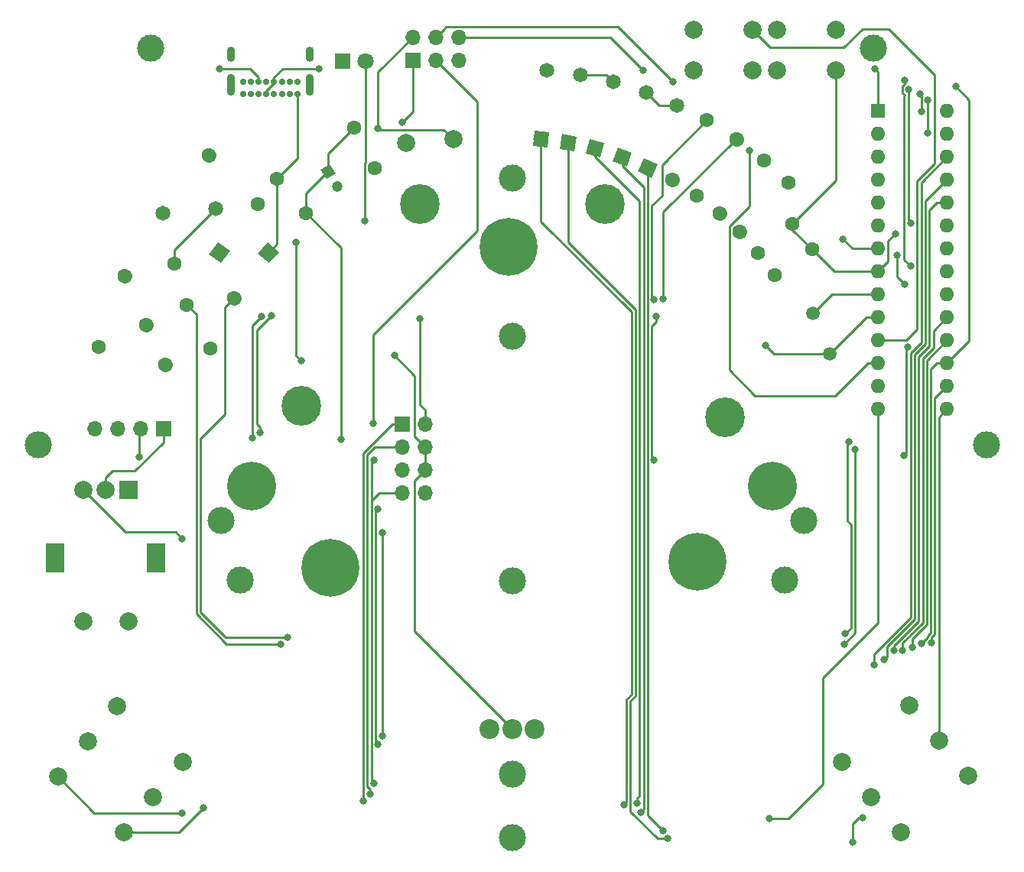
<source format=gbr>
G04 #@! TF.GenerationSoftware,KiCad,Pcbnew,(5.1.4)-1*
G04 #@! TF.CreationDate,2023-04-06T01:09:12+09:00*
G04 #@! TF.ProjectId,Akira_board,416b6972-615f-4626-9f61-72642e6b6963,rev?*
G04 #@! TF.SameCoordinates,Original*
G04 #@! TF.FileFunction,Copper,L2,Bot*
G04 #@! TF.FilePolarity,Positive*
%FSLAX46Y46*%
G04 Gerber Fmt 4.6, Leading zero omitted, Abs format (unit mm)*
G04 Created by KiCad (PCBNEW (5.1.4)-1) date 2023-04-06 01:09:12*
%MOMM*%
%LPD*%
G04 APERTURE LIST*
%ADD10C,3.000000*%
%ADD11C,1.600000*%
%ADD12C,1.600000*%
%ADD13O,1.700000X1.700000*%
%ADD14R,1.700000X1.700000*%
%ADD15C,2.010000*%
%ADD16C,2.000000*%
%ADD17O,0.900000X1.700000*%
%ADD18O,0.900000X2.400000*%
%ADD19C,0.700000*%
%ADD20C,1.800000*%
%ADD21R,1.800000X1.800000*%
%ADD22C,1.651000*%
%ADD23C,0.100000*%
%ADD24C,1.500000*%
%ADD25C,1.200000*%
%ADD26O,1.600000X1.600000*%
%ADD27R,1.600000X1.600000*%
%ADD28R,2.000000X2.000000*%
%ADD29R,2.000000X3.200000*%
%ADD30C,2.200000*%
%ADD31C,4.400000*%
%ADD32C,5.400000*%
%ADD33C,6.400000*%
%ADD34C,0.800000*%
%ADD35C,0.250000*%
G04 APERTURE END LIST*
D10*
X147100000Y-136200000D03*
X147100000Y-129200000D03*
X116950000Y-107620000D03*
X114830000Y-101060000D03*
X147100000Y-63100000D03*
X179380000Y-101060000D03*
X177250000Y-107620000D03*
D11*
X176200000Y-73875000D03*
X180295760Y-71007118D03*
X164840000Y-63324114D03*
D12*
X164840000Y-63324114D02*
X164840000Y-63324114D01*
D11*
X168650000Y-56725000D03*
X121086062Y-63169778D03*
X124300000Y-67000000D03*
X131900000Y-61999999D03*
X129591257Y-57564945D03*
X174300000Y-71400000D03*
X178130222Y-68186062D03*
D10*
X187100000Y-48700000D03*
X107100000Y-48700000D03*
X94600000Y-92700000D03*
X199600000Y-92700000D03*
X147100000Y-107740000D03*
X147100000Y-80660000D03*
D13*
X137440000Y-90400000D03*
X137440000Y-92940000D03*
X137440000Y-95480000D03*
D14*
X134900000Y-90400000D03*
D13*
X134900000Y-95480000D03*
X134900000Y-98020000D03*
X137440000Y-98020000D03*
X134900000Y-92940000D03*
X100860483Y-90911488D03*
X103400483Y-90911488D03*
X105940483Y-90911488D03*
D14*
X108480483Y-90911488D03*
D15*
X140574803Y-58810861D03*
X135350000Y-59200000D03*
D16*
X183576978Y-127814922D03*
X186850000Y-131700000D03*
X190123022Y-135585078D03*
X103365402Y-121654132D03*
X100107701Y-125552066D03*
X96850000Y-129450000D03*
X191076978Y-121564922D03*
X194350000Y-125450000D03*
X197623022Y-129335078D03*
D17*
X116000000Y-49440000D03*
X124650000Y-49440000D03*
D18*
X116000000Y-52820000D03*
X124650000Y-52820000D03*
D19*
X119900000Y-52450000D03*
X117350000Y-52450000D03*
X118200000Y-52450000D03*
X119050000Y-52450000D03*
X123300000Y-52450000D03*
X121600000Y-52450000D03*
X120750000Y-52450000D03*
X122450000Y-52450000D03*
X117350000Y-53800000D03*
X118200000Y-53800000D03*
X119050000Y-53800000D03*
X119900000Y-53800000D03*
X120750000Y-53800000D03*
X121600000Y-53800000D03*
X122450000Y-53800000D03*
X123300000Y-53800000D03*
D13*
X141165000Y-47535000D03*
X141165000Y-50075000D03*
X138625000Y-47535000D03*
X138625000Y-50075000D03*
X136085000Y-47535000D03*
D14*
X136085000Y-50075000D03*
D20*
X130840000Y-50200000D03*
D21*
X128300000Y-50200000D03*
D22*
X120100000Y-71400000D03*
D23*
G36*
X118937009Y-71501749D02*
G01*
X119998251Y-70237009D01*
X121262991Y-71298251D01*
X120201749Y-72562991D01*
X118937009Y-71501749D01*
X118937009Y-71501749D01*
G37*
D22*
X114262742Y-66501958D03*
X114700000Y-71400000D03*
D23*
G36*
X113550303Y-71602723D02*
G01*
X114497277Y-70250303D01*
X115849697Y-71197277D01*
X114902723Y-72549697D01*
X113550303Y-71602723D01*
X113550303Y-71602723D01*
G37*
D22*
X108458062Y-67029348D03*
X162099999Y-62000001D03*
D23*
G36*
X161700713Y-60902973D02*
G01*
X163197027Y-61600715D01*
X162499285Y-63097029D01*
X161002971Y-62399287D01*
X161700713Y-60902973D01*
X161700713Y-60902973D01*
G37*
D22*
X165320351Y-55093935D03*
X153299999Y-59200000D03*
D23*
G36*
X152630387Y-58243695D02*
G01*
X154256304Y-58530388D01*
X153969611Y-60156305D01*
X152343694Y-59869612D01*
X152630387Y-58243695D01*
X152630387Y-58243695D01*
G37*
D22*
X154623199Y-51695764D03*
X159300000Y-60800000D03*
D23*
G36*
X158806621Y-59741946D02*
G01*
X160358054Y-60306621D01*
X159793379Y-61858054D01*
X158241946Y-61293379D01*
X158806621Y-59741946D01*
X158806621Y-59741946D01*
G37*
D22*
X161906194Y-53639542D03*
X156300000Y-59800000D03*
D23*
G36*
X155716283Y-58788973D02*
G01*
X157311027Y-59216283D01*
X156883717Y-60811027D01*
X155288973Y-60383717D01*
X155716283Y-58788973D01*
X155716283Y-58788973D01*
G37*
D22*
X158272202Y-52439646D03*
X150300000Y-58800000D03*
D23*
G36*
X149549588Y-57905694D02*
G01*
X151194306Y-58049588D01*
X151050412Y-59694306D01*
X149405694Y-59550412D01*
X149549588Y-57905694D01*
X149549588Y-57905694D01*
G37*
D22*
X150964126Y-51208996D03*
D24*
X182300000Y-82600000D03*
X180432505Y-78091468D03*
D25*
X127774599Y-64086783D03*
X126700000Y-62400000D03*
D23*
G36*
X125871585Y-62216345D02*
G01*
X126883655Y-61571585D01*
X127528415Y-62583655D01*
X126516345Y-63228415D01*
X125871585Y-62216345D01*
X125871585Y-62216345D01*
G37*
D16*
X173700000Y-46700000D03*
X173700000Y-51200000D03*
X167200000Y-46700000D03*
X167200000Y-51200000D03*
X182900000Y-46700000D03*
X182900000Y-51200000D03*
X176400000Y-46700000D03*
X176400000Y-51200000D03*
D11*
X171900000Y-58800000D03*
D12*
X171900000Y-58800000D02*
X171900000Y-58800000D01*
D11*
X167529348Y-65041939D03*
X170100000Y-67000000D03*
D12*
X170100000Y-67000000D02*
X170100000Y-67000000D01*
D11*
X174998042Y-61162741D03*
X116299114Y-76410000D03*
D12*
X116299114Y-76410000D02*
X116299114Y-76410000D01*
D11*
X109700000Y-72600000D03*
X104193935Y-73979649D03*
D12*
X104193935Y-73979649D02*
X104193935Y-73979649D01*
D11*
X111100000Y-77200000D03*
X108700001Y-83799999D03*
D12*
X108700001Y-83799999D02*
X108700001Y-83799999D01*
D11*
X101339646Y-81827798D03*
X106539542Y-79393807D03*
D12*
X106539542Y-79393807D02*
X106539542Y-79393807D01*
D11*
X113700000Y-82000000D03*
X113511846Y-60611846D03*
D12*
X113511846Y-60611846D02*
X113511846Y-60611846D01*
D11*
X118900000Y-66000000D03*
X172275000Y-69025000D03*
D12*
X172275000Y-69025000D02*
X172275000Y-69025000D01*
D11*
X177663154Y-63636846D03*
D26*
X195220000Y-55700000D03*
X187600000Y-88720000D03*
X195220000Y-58240000D03*
X187600000Y-86180000D03*
X195220000Y-60780000D03*
X187600000Y-83640000D03*
X195220000Y-63320000D03*
X187600000Y-81100000D03*
X195220000Y-65860000D03*
X187600000Y-78560000D03*
X195220000Y-68400000D03*
X187600000Y-76020000D03*
X195220000Y-70940000D03*
X187600000Y-73480000D03*
X195220000Y-73480000D03*
X187600000Y-70940000D03*
X195220000Y-76020000D03*
X187600000Y-68400000D03*
X195220000Y-78560000D03*
X187600000Y-65860000D03*
X195220000Y-81100000D03*
X187600000Y-63320000D03*
X195220000Y-83640000D03*
X187600000Y-60780000D03*
X195220000Y-86180000D03*
X187600000Y-58240000D03*
X195220000Y-88720000D03*
D27*
X187600000Y-55700000D03*
D28*
X104600000Y-97700000D03*
D16*
X102100000Y-97700000D03*
X99600000Y-97700000D03*
D29*
X107700000Y-105200000D03*
X96500000Y-105200000D03*
D16*
X104600000Y-112200000D03*
X99600000Y-112200000D03*
D30*
X144600000Y-124200000D03*
X147100000Y-124200000D03*
X149600000Y-124200000D03*
D31*
X123800000Y-88380000D03*
X136850000Y-66000000D03*
X157370000Y-66030000D03*
X170660000Y-89610000D03*
D32*
X118260000Y-97250000D03*
X175940000Y-97225000D03*
D33*
X167600000Y-105600000D03*
X127000000Y-106275000D03*
X146675000Y-70750000D03*
D16*
X110607701Y-127802066D03*
X107350000Y-131700000D03*
X104092299Y-135597934D03*
D34*
X175575000Y-134100000D03*
X112950000Y-132850000D03*
X160924989Y-132414998D03*
X189337863Y-115463705D03*
X187145079Y-117020079D03*
X188308806Y-116492762D03*
X132740265Y-124953414D03*
X132700030Y-102425000D03*
X110550000Y-103050000D03*
X159474988Y-132549980D03*
X192400000Y-55750000D03*
X192260209Y-53775000D03*
X162824999Y-76550000D03*
X119375000Y-78425000D03*
X118375000Y-91950000D03*
X193125000Y-58150000D03*
X193125000Y-54475000D03*
X119147728Y-91315259D03*
X120477551Y-78347754D03*
X163822631Y-76481198D03*
X175150000Y-81700000D03*
X191024999Y-53324990D03*
X191216757Y-68099999D03*
X134050000Y-82800000D03*
X161600000Y-51200000D03*
X189512653Y-69287347D03*
X105800000Y-94000000D03*
X132225000Y-57650000D03*
X183725000Y-69900000D03*
X128150000Y-92050000D03*
X185075000Y-93150000D03*
X183875000Y-114738705D03*
X121437653Y-114762347D03*
X122250000Y-114013705D03*
X183996245Y-113592154D03*
X184350000Y-92317948D03*
X190575000Y-52250000D03*
X191216757Y-72875000D03*
X173337260Y-60037740D03*
X187250000Y-51000000D03*
X130800000Y-67900000D03*
X114725000Y-50975000D03*
X125700000Y-51000000D03*
X161325000Y-133375000D03*
X110575000Y-133450000D03*
X164354701Y-136310078D03*
X184825000Y-136725000D03*
X185925000Y-134025000D03*
X163800000Y-135400000D03*
X192436950Y-114662745D03*
X131369053Y-131397253D03*
X196200000Y-53000000D03*
X164900000Y-52424972D03*
X190347437Y-115479437D03*
X132250020Y-99800000D03*
X132250020Y-125825000D03*
X131750000Y-90300000D03*
X134900000Y-56925000D03*
X131800010Y-130211146D03*
X191372749Y-115090535D03*
X131800010Y-94350000D03*
X123750000Y-83400000D03*
X123200000Y-70200000D03*
X136900000Y-78675010D03*
X163025000Y-78475000D03*
X162824999Y-94400000D03*
X190474930Y-93875000D03*
X190863437Y-81838437D03*
X190567347Y-74932653D03*
X189682018Y-71690668D03*
X130625000Y-132099970D03*
X193525000Y-114600000D03*
D35*
X187600000Y-100875000D02*
X187600000Y-88720000D01*
X175575000Y-134100000D02*
X177650000Y-134100000D01*
X177650000Y-134100000D02*
X181475000Y-130275000D01*
X181475000Y-130275000D02*
X181475000Y-118500000D01*
X187600000Y-112375000D02*
X187600000Y-100875000D01*
X181475000Y-118500000D02*
X187600000Y-112375000D01*
X104092299Y-135597934D02*
X110202066Y-135597934D01*
X110202066Y-135597934D02*
X112950000Y-132850000D01*
X160924989Y-131849313D02*
X161199979Y-131574323D01*
X160924989Y-132414998D02*
X160924989Y-131849313D01*
X156300000Y-60754620D02*
X161199979Y-65654599D01*
X156300000Y-59800000D02*
X156300000Y-60754620D01*
X161199979Y-65654599D02*
X161199979Y-131574323D01*
X194088630Y-65860000D02*
X195220000Y-65860000D01*
X189337863Y-114964287D02*
X192099950Y-112202200D01*
X192099950Y-112202200D02*
X192099950Y-82900050D01*
X189337863Y-115463705D02*
X189337863Y-114964287D01*
X192099950Y-82900050D02*
X193291785Y-81708215D01*
X193291785Y-81708215D02*
X193291786Y-66656844D01*
X193291786Y-66656844D02*
X194088630Y-65860000D01*
X192391767Y-63608233D02*
X192391767Y-66284045D01*
X195220000Y-60780000D02*
X192391767Y-63608233D01*
X192391767Y-66284045D02*
X192391767Y-73250000D01*
X192391767Y-73250000D02*
X192391767Y-81335413D01*
X192391767Y-81335413D02*
X191199930Y-82527250D01*
X191199930Y-82527250D02*
X191199930Y-111829400D01*
X191199930Y-111829400D02*
X187145079Y-115884251D01*
X187145079Y-115884251D02*
X187145079Y-117020079D01*
X192841777Y-65698223D02*
X192841777Y-66470445D01*
X195220000Y-63320000D02*
X192841777Y-65698223D01*
X192841777Y-66470445D02*
X192841777Y-81521813D01*
X191649940Y-82713650D02*
X191649940Y-82760830D01*
X192841777Y-81521813D02*
X191649940Y-82713650D01*
X191649940Y-82713650D02*
X191649940Y-112015800D01*
X188612862Y-116188706D02*
X188308806Y-116492762D01*
X191649940Y-112015800D02*
X188612862Y-115052878D01*
X188612862Y-115052878D02*
X188612862Y-116188706D01*
X132740265Y-124953414D02*
X132740265Y-102465235D01*
X132740265Y-102465235D02*
X132700030Y-102425000D01*
X110550000Y-103050000D02*
X109850000Y-102350000D01*
X104250000Y-102350000D02*
X99600000Y-97700000D01*
X109850000Y-102350000D02*
X104250000Y-102350000D01*
X150300000Y-67911410D02*
X160299959Y-77911369D01*
X150300000Y-58800000D02*
X150300000Y-67911410D01*
X160299959Y-120338631D02*
X159749978Y-120888612D01*
X160299959Y-77911369D02*
X160299959Y-120338631D01*
X159749978Y-120888612D02*
X159749978Y-132274990D01*
X159749978Y-132274990D02*
X159474988Y-132549980D01*
X192400000Y-55750000D02*
X192400000Y-53914791D01*
X192400000Y-53914791D02*
X192260209Y-53775000D01*
X163714999Y-65035001D02*
X162550009Y-66199991D01*
X168650000Y-56725000D02*
X163714999Y-61660001D01*
X163714999Y-61660001D02*
X163714999Y-65035001D01*
X162550009Y-66199991D02*
X162550009Y-76275010D01*
X162550009Y-76275010D02*
X162824999Y-76550000D01*
X119375000Y-78425000D02*
X118375000Y-79425000D01*
X118375000Y-79425000D02*
X118375000Y-91950000D01*
X194350000Y-89590000D02*
X195220000Y-88720000D01*
X194350000Y-125450000D02*
X194350000Y-89590000D01*
X193125000Y-55040685D02*
X193125000Y-58150000D01*
X193125000Y-54475000D02*
X193125000Y-55040685D01*
X119147728Y-90749574D02*
X118825010Y-90426856D01*
X119147728Y-91315259D02*
X119147728Y-90749574D01*
X118825010Y-90426856D02*
X118825010Y-80000295D01*
X118825010Y-80000295D02*
X120477551Y-78347754D01*
X163822631Y-66877369D02*
X171900000Y-58800000D01*
X163822631Y-76481198D02*
X163822631Y-66877369D01*
X175675000Y-48675000D02*
X173700000Y-46700000D01*
X185925000Y-46575000D02*
X183825000Y-48675000D01*
X188750000Y-46575000D02*
X185925000Y-46575000D01*
X190741757Y-81100000D02*
X191941757Y-79900000D01*
X187600000Y-81100000D02*
X190741757Y-81100000D01*
X183825000Y-48675000D02*
X175675000Y-48675000D01*
X191941758Y-63421832D02*
X193850000Y-61513590D01*
X193850000Y-61513590D02*
X193850000Y-51675000D01*
X191941757Y-79900000D02*
X191941758Y-63421832D01*
X193850000Y-51675000D02*
X188750000Y-46575000D01*
X176050000Y-82600000D02*
X182300000Y-82600000D01*
X175150000Y-81700000D02*
X176050000Y-82600000D01*
X186340000Y-78560000D02*
X182300000Y-82600000D01*
X187600000Y-78560000D02*
X186340000Y-78560000D01*
X163360587Y-55093935D02*
X165320351Y-55093935D01*
X161906194Y-53639542D02*
X163360587Y-55093935D01*
X191024999Y-53324990D02*
X191024999Y-67908241D01*
X191024999Y-67908241D02*
X191216757Y-68099999D01*
X182503973Y-76020000D02*
X180432505Y-78091468D01*
X187600000Y-76020000D02*
X182503973Y-76020000D01*
X137440000Y-94142081D02*
X137440000Y-95480000D01*
X137440000Y-92940000D02*
X137440000Y-94142081D01*
X102100000Y-96285787D02*
X102835787Y-95550000D01*
X102100000Y-97700000D02*
X102100000Y-96285787D01*
X108480483Y-92011488D02*
X108480483Y-90911488D01*
X108480483Y-92392519D02*
X108480483Y-92011488D01*
X105323002Y-95550000D02*
X108480483Y-92392519D01*
X102835787Y-95550000D02*
X105323002Y-95550000D01*
X146000001Y-123100001D02*
X147100000Y-124200000D01*
X136264999Y-113364999D02*
X146000001Y-123100001D01*
X136264999Y-96655001D02*
X136264999Y-113364999D01*
X137440000Y-95480000D02*
X136264999Y-96655001D01*
X136264999Y-85014999D02*
X134050000Y-82800000D01*
X137440000Y-92940000D02*
X136264999Y-91764999D01*
X136264999Y-91764999D02*
X136264999Y-85014999D01*
X121086062Y-70413938D02*
X121086062Y-63169778D01*
X120100000Y-71400000D02*
X121086062Y-70413938D01*
X141165000Y-47535000D02*
X157935000Y-47535000D01*
X157935000Y-47535000D02*
X161600000Y-51200000D01*
X182900000Y-63416284D02*
X178130222Y-68186062D01*
X182900000Y-51200000D02*
X182900000Y-63416284D01*
X178130222Y-68841580D02*
X178130222Y-68186062D01*
X180295760Y-71007118D02*
X178130222Y-68841580D01*
X182768642Y-73480000D02*
X187600000Y-73480000D01*
X180295760Y-71007118D02*
X182768642Y-73480000D01*
X188399999Y-72680001D02*
X187600000Y-73480000D01*
X188725001Y-72354999D02*
X188399999Y-72680001D01*
X189512653Y-69287347D02*
X188725001Y-70074999D01*
X188725001Y-70074999D02*
X188725001Y-72354999D01*
X123300000Y-60955840D02*
X121086062Y-63169778D01*
X123300000Y-53800000D02*
X123300000Y-60955840D01*
X105800000Y-91051971D02*
X105940483Y-90911488D01*
X105800000Y-94000000D02*
X105800000Y-91051971D01*
X124300000Y-64800000D02*
X124300000Y-67000000D01*
X126700000Y-62400000D02*
X124300000Y-64800000D01*
X126700000Y-60456202D02*
X129591257Y-57564945D01*
X126700000Y-62400000D02*
X126700000Y-60456202D01*
X132350000Y-57775000D02*
X132225000Y-57650000D01*
X140574803Y-58810861D02*
X139538942Y-57775000D01*
X139538942Y-57775000D02*
X132350000Y-57775000D01*
X184765000Y-70940000D02*
X187600000Y-70940000D01*
X183725000Y-69900000D02*
X184765000Y-70940000D01*
X132225000Y-51395000D02*
X132225000Y-57650000D01*
X136085000Y-47535000D02*
X132225000Y-51395000D01*
X124300000Y-67000000D02*
X128150000Y-70850000D01*
X128150000Y-70850000D02*
X128150000Y-92050000D01*
X185075000Y-93150000D02*
X185075000Y-113538705D01*
X185075000Y-113538705D02*
X183875000Y-114738705D01*
X112125000Y-78225000D02*
X112125000Y-111425000D01*
X111100000Y-77200000D02*
X112125000Y-78225000D01*
X115462347Y-114762347D02*
X121437653Y-114762347D01*
X112125000Y-111425000D02*
X115462347Y-114762347D01*
X116299114Y-76410000D02*
X115300000Y-77409114D01*
X115300000Y-89275000D02*
X112575010Y-91999990D01*
X115300000Y-77409114D02*
X115300000Y-89275000D01*
X112575010Y-91999990D02*
X112575010Y-97075000D01*
X112575010Y-97075000D02*
X112575010Y-111238600D01*
X112575010Y-111238600D02*
X115350115Y-114013705D01*
X115350115Y-114013705D02*
X122250000Y-114013705D01*
X183996245Y-113592154D02*
X184624990Y-112963409D01*
X184624990Y-112963409D02*
X184624990Y-101500000D01*
X184242948Y-92425000D02*
X184350000Y-92317948D01*
X184624990Y-101500000D02*
X184242948Y-101117958D01*
X184242948Y-101117958D02*
X184242948Y-92425000D01*
X157528320Y-51695764D02*
X158272202Y-52439646D01*
X154623199Y-51695764D02*
X157528320Y-51695764D01*
X190575000Y-52250000D02*
X190575000Y-52701987D01*
X190299998Y-52976989D02*
X190299998Y-53672991D01*
X190575000Y-52701987D02*
X190299998Y-52976989D01*
X190299998Y-53672991D02*
X190574989Y-53947982D01*
X190491756Y-72149999D02*
X191216757Y-72875000D01*
X190574989Y-53947982D02*
X190491756Y-54031215D01*
X190491756Y-54031215D02*
X190491756Y-72149999D01*
X186468630Y-83640000D02*
X182883630Y-87225000D01*
X187600000Y-83640000D02*
X186468630Y-83640000D01*
X182883630Y-87225000D02*
X174000000Y-87225000D01*
X174000000Y-87225000D02*
X171149999Y-84374999D01*
X171149999Y-84374999D02*
X171149999Y-68484999D01*
X171149999Y-68484999D02*
X173337260Y-66297738D01*
X173337260Y-66297738D02*
X173337260Y-60037740D01*
X187600000Y-55700000D02*
X187600000Y-51350000D01*
X187600000Y-51350000D02*
X187250000Y-51000000D01*
X130774999Y-67874999D02*
X130800000Y-67900000D01*
X130774999Y-61459998D02*
X130774999Y-67874999D01*
X130840000Y-50200000D02*
X130840000Y-61394997D01*
X130840000Y-61394997D02*
X130774999Y-61459998D01*
X119050000Y-51955026D02*
X118069974Y-50975000D01*
X119050000Y-52450000D02*
X119050000Y-51955026D01*
X118069974Y-50975000D02*
X114725000Y-50975000D01*
X119900000Y-53449002D02*
X119900000Y-53800000D01*
X120750000Y-52599002D02*
X119900000Y-53449002D01*
X120750000Y-52450000D02*
X120750000Y-52599002D01*
X121705026Y-51000000D02*
X125700000Y-51000000D01*
X120750000Y-52450000D02*
X120750000Y-51955026D01*
X120750000Y-51955026D02*
X121705026Y-51000000D01*
X109700000Y-71064700D02*
X114262742Y-66501958D01*
X109700000Y-72600000D02*
X109700000Y-71064700D01*
X159300000Y-61778478D02*
X161649989Y-64128467D01*
X159300000Y-60800000D02*
X159300000Y-61778478D01*
X161649989Y-64128467D02*
X161649989Y-133050011D01*
X161649989Y-133050011D02*
X161325000Y-133375000D01*
X100850000Y-133450000D02*
X96850000Y-129450000D01*
X110575000Y-133450000D02*
X100850000Y-133450000D01*
X184825000Y-136725000D02*
X184825000Y-134700000D01*
X184825000Y-134700000D02*
X185500000Y-134025000D01*
X185500000Y-134025000D02*
X185925000Y-134025000D01*
X153299999Y-70274999D02*
X153299999Y-59200000D01*
X163187076Y-136310078D02*
X160199988Y-133322990D01*
X164354701Y-136310078D02*
X163187076Y-136310078D01*
X160199988Y-133322990D02*
X160199988Y-121075012D01*
X160199988Y-121075012D02*
X160749969Y-120525031D01*
X160749969Y-120525031D02*
X160749969Y-77724969D01*
X160749969Y-77724969D02*
X153299999Y-70274999D01*
X162099999Y-133699999D02*
X162099999Y-62000001D01*
X163800000Y-135400000D02*
X162099999Y-133699999D01*
X193449980Y-84278650D02*
X193449980Y-87313610D01*
X195220000Y-83640000D02*
X194088630Y-83640000D01*
X194088630Y-83640000D02*
X193449980Y-84278650D01*
X193449980Y-87313610D02*
X193449980Y-113472925D01*
X193074991Y-114024704D02*
X192436950Y-114662745D01*
X193449980Y-113472925D02*
X193074991Y-113847914D01*
X193074991Y-113847914D02*
X193074991Y-114024704D01*
X131369053Y-130831568D02*
X131075010Y-130537525D01*
X131369053Y-131397253D02*
X131369053Y-130831568D01*
X131075010Y-130537525D02*
X131075010Y-93761400D01*
X131896410Y-92940000D02*
X134900000Y-92940000D01*
X131075010Y-93761400D02*
X131896410Y-92940000D01*
X195220000Y-83640000D02*
X197700000Y-81160000D01*
X197700000Y-81160000D02*
X197700000Y-54500000D01*
X197700000Y-54500000D02*
X196200000Y-53000000D01*
X139474999Y-46685001D02*
X138625000Y-47535000D01*
X139800001Y-46359999D02*
X139474999Y-46685001D01*
X158659999Y-46359999D02*
X139800001Y-46359999D01*
X158659999Y-46359999D02*
X158835027Y-46359999D01*
X158835027Y-46359999D02*
X164900000Y-52424972D01*
X195220000Y-78560000D02*
X193741795Y-80038205D01*
X193741795Y-81941795D02*
X192549960Y-83133630D01*
X193741795Y-80038205D02*
X193741795Y-81941795D01*
X192549960Y-83133630D02*
X192549960Y-94025000D01*
X192549960Y-94025000D02*
X192549960Y-112388600D01*
X192549960Y-112388600D02*
X190347437Y-114591123D01*
X190347437Y-114591123D02*
X190347437Y-115479437D01*
X132250020Y-99824980D02*
X131975030Y-100099970D01*
X132250020Y-99800000D02*
X132250020Y-99824980D01*
X131975030Y-100099970D02*
X131975030Y-125550010D01*
X131975030Y-125550010D02*
X132250020Y-125825000D01*
X138625000Y-50075000D02*
X143225000Y-54675000D01*
X131750000Y-80457998D02*
X131750000Y-90300000D01*
X143225000Y-54675000D02*
X143225000Y-68982998D01*
X143225000Y-68982998D02*
X131750000Y-80457998D01*
X136085000Y-50075000D02*
X136085000Y-55740000D01*
X136085000Y-55740000D02*
X134900000Y-56925000D01*
X134900000Y-98020000D02*
X132755020Y-98020000D01*
X132355000Y-98020000D02*
X131525020Y-98849980D01*
X132755020Y-98020000D02*
X132355000Y-98020000D01*
X131525020Y-98849980D02*
X131525020Y-129936156D01*
X131525020Y-129936156D02*
X131800010Y-130211146D01*
X191372749Y-115090535D02*
X191372749Y-114202221D01*
X191372749Y-114202221D02*
X192999970Y-112575000D01*
X192999970Y-83320030D02*
X195220000Y-81100000D01*
X192999970Y-112575000D02*
X192999970Y-83320030D01*
X131525020Y-98849980D02*
X131525020Y-94624990D01*
X131525020Y-94624990D02*
X131800010Y-94350000D01*
X123750000Y-83400000D02*
X123200000Y-82850000D01*
X123200000Y-82850000D02*
X123200000Y-70200000D01*
X136900000Y-88247818D02*
X136900000Y-78675010D01*
X137440000Y-90400000D02*
X137440000Y-88787818D01*
X137440000Y-88787818D02*
X136900000Y-88247818D01*
X163025000Y-79040685D02*
X162550009Y-79515676D01*
X163025000Y-78475000D02*
X163025000Y-79040685D01*
X162550009Y-79515676D02*
X162550009Y-94125010D01*
X162550009Y-94125010D02*
X162824999Y-94400000D01*
X190500000Y-93875000D02*
X190749920Y-93625080D01*
X190474930Y-93875000D02*
X190500000Y-93875000D01*
X190749920Y-93625080D02*
X190749920Y-81951954D01*
X190749920Y-81951954D02*
X190863437Y-81838437D01*
X190567347Y-74932653D02*
X189682018Y-74047324D01*
X189682018Y-74047324D02*
X189682018Y-71690668D01*
X130625000Y-93575000D02*
X130625000Y-132099970D01*
X134900000Y-90400000D02*
X133800000Y-90400000D01*
X133800000Y-90400000D02*
X130625000Y-93575000D01*
X193899990Y-87500010D02*
X195220000Y-86180000D01*
X193899990Y-113659325D02*
X193899990Y-87500010D01*
X193525000Y-114600000D02*
X193525000Y-114034315D01*
X193525000Y-114034315D02*
X193899990Y-113659325D01*
M02*

</source>
